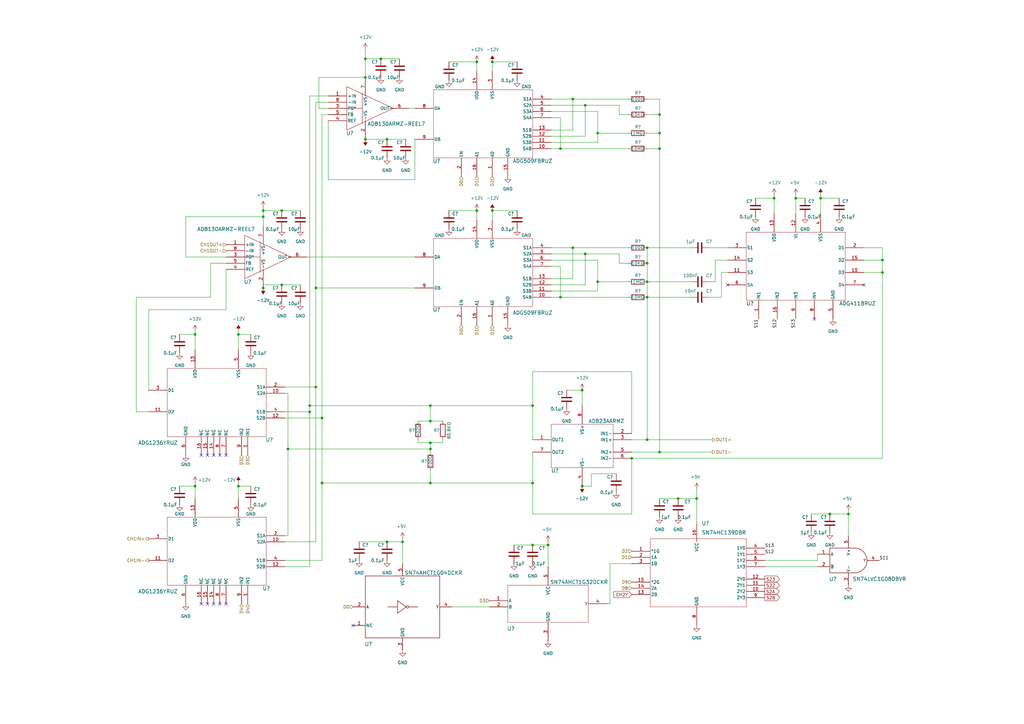
<source format=kicad_sch>
(kicad_sch (version 20211123) (generator eeschema)
  (paper "A3")
  (lib_symbols
    (symbol "Device:C" (pin_numbers hide) (pin_names (offset 0.254))
      (property "Reference" "C" (at 0.635 2.54 0))
      (property "Value" "C" (at 0.635 -2.54 0))
      (symbol "C_0_1"
        (polyline (pts (xy -2.032 -0.762) (xy 2.032 -0.762)) (stroke (width 0.508)))
        (polyline (pts (xy -2.032 0.762) (xy 2.032 0.762)) (stroke (width 0.508)))
      )
      (symbol "C_1_1"
        (pin passive line (at 0 3.81 270) (length 2.794) (name "~") (number "1"))
        (pin passive line (at 0 -3.81 90) (length 2.794) (name "~") (number "2"))
      )
    )
    (symbol "Device:R" (pin_numbers hide) (pin_names (offset 0))
      (property "Reference" "R" (at 2.032 0 90))
      (property "Value" "R" (at 0 0 90))
      (symbol "R_0_1"
        (rectangle (start -1.016 -2.54) (end 1.016 2.54) (stroke (width 0.254)))
      )
      (symbol "R_1_1"
        (pin passive line (at 0 3.81 270) (length 1.27) (name "~") (number "1"))
        (pin passive line (at 0 -3.81 90) (length 1.27) (name "~") (number "2"))
      )
    )
    (symbol "New_Library:AD8130ARMZ-REEL7" (pin_names (offset 0.254))
      (property "Reference" "U?" (at -6.35 -10.16 0))
      (property "Value" "AD8130ARMZ-REEL7" (at 12.7 -6.35 0))
      (symbol "AD8130ARMZ-REEL7_0_1"
        (pin unspecified line (at -15.24 5.08 0) (length 7.62) (name "+IN") (number "1"))
        (pin power_in line (at 0 -12.7 90) (length 7.62) (name "-VS") (number "2"))
        (pin unspecified line (at -15.24 0 0) (length 7.62) (name "PD*") (number "3"))
        (pin unspecified line (at -15.24 -5.08 0) (length 7.62) (name "REF") (number "4"))
        (pin unspecified line (at -15.24 -2.54 0) (length 7.62) (name "FB") (number "5"))
        (pin unspecified line (at 17.78 0 180) (length 7.62) (name "OUT") (number "6"))
        (pin power_in line (at 0 12.7 270) (length 7.62) (name "+VS") (number "7"))
        (pin unspecified line (at -15.24 2.54 0) (length 7.62) (name "-IN") (number "8"))
      )
      (symbol "AD8130ARMZ-REEL7_1_1"
        (polyline (pts (xy -7.62 8.89) (xy -7.62 -8.89) (xy 11.43 0) (xy -7.62 8.89) (xy -7.62 0) (xy -1.27 0) (xy -1.27 6.35) (xy -1.27 -6.35) (xy -1.27 -1.27)))
      )
    )
    (symbol "New_Library:AD823AARMZ" (pin_names (offset 0.254))
      (property "Reference" "U?" (at -19.7994 11.43 0))
      (property "Value" "AD823AARMZ" (at -19.7994 7.62 0))
      (symbol "AD823AARMZ_0_1"
        (polyline (pts (xy 7.62 -11.43) (xy 33.02 -11.43)) (stroke (width 0.127)))
        (polyline (pts (xy 7.62 6.35) (xy 7.62 -11.43)) (stroke (width 0.127)))
        (polyline (pts (xy 33.02 -11.43) (xy 33.02 6.35)) (stroke (width 0.127)))
        (polyline (pts (xy 33.02 6.35) (xy 7.62 6.35)) (stroke (width 0.127)))
        (pin output line (at 40.64 0 180) (length 7.62) (name "OUT1") (number "1"))
        (pin input line (at 0 2.54 0) (length 7.62) (name "IN1-") (number "2"))
        (pin input line (at 0 0 0) (length 7.62) (name "IN1+") (number "3"))
        (pin power_in line (at 20.32 -19.05 90) (length 7.62) (name "VS-") (number "4"))
        (pin input line (at 0 -5.08 0) (length 7.62) (name "IN2+") (number "5"))
        (pin input line (at 0 -7.62 0) (length 7.62) (name "IN2-") (number "6"))
        (pin output line (at 40.64 -5.08 180) (length 7.62) (name "OUT2") (number "7"))
        (pin power_in line (at 20.32 13.97 270) (length 7.62) (name "VS+") (number "8"))
      )
    )
    (symbol "New_Library:ADG1236YRUZ" (pin_names (offset 0.254))
      (property "Reference" "U" (at 27.94 10.16 0))
      (property "Value" "ADG1236YRUZ" (at 27.94 7.62 0))
      (symbol "ADG1236YRUZ_0_1"
        (polyline (pts (xy 7.62 -22.86) (xy 48.26 -22.86)) (stroke (width 0.127)))
        (polyline (pts (xy 7.62 5.08) (xy 7.62 -22.86)) (stroke (width 0.127)))
        (polyline (pts (xy 48.26 -22.86) (xy 48.26 5.08)) (stroke (width 0.127)))
        (polyline (pts (xy 48.26 5.08) (xy 7.62 5.08)) (stroke (width 0.127)))
        (pin unspecified line (at 15.24 -30.48 90) (length 7.62) (name "IN1") (number "1"))
        (pin unspecified line (at 0 -5.08 0) (length 7.62) (name "S2A") (number "10"))
        (pin unspecified line (at 55.88 -12.7 180) (length 7.62) (name "D2") (number "11"))
        (pin unspecified line (at 0 -15.24 0) (length 7.62) (name "S2B") (number "12"))
        (pin power_in line (at 36.83 12.7 270) (length 7.62) (name "VDD") (number "13"))
        (pin unspecified line (at 29.21 -30.48 90) (length 7.62) (name "NC") (number "14"))
        (pin unspecified line (at 31.75 -30.48 90) (length 7.62) (name "NC") (number "15"))
        (pin unspecified line (at 34.29 -30.48 90) (length 7.62) (name "NC") (number "16"))
        (pin unspecified line (at 0 -2.54 0) (length 7.62) (name "S1A") (number "2"))
        (pin unspecified line (at 55.88 -3.81 180) (length 7.62) (name "D1") (number "3"))
        (pin unspecified line (at 0 -12.7 0) (length 7.62) (name "S1B") (number "4"))
        (pin power_in line (at 19.05 12.7 270) (length 7.62) (name "VSS") (number "5"))
        (pin unspecified line (at 40.64 -30.48 90) (length 7.62) (name "GND") (number "6"))
        (pin unspecified line (at 24.13 -30.48 90) (length 7.62) (name "NC") (number "7"))
        (pin unspecified line (at 26.67 -30.48 90) (length 7.62) (name "NC") (number "8"))
        (pin unspecified line (at 17.78 -30.48 90) (length 7.62) (name "IN2") (number "9"))
      )
    )
    (symbol "New_Library:ADG411BRUZ" (pin_names (offset 0.254))
      (property "Reference" "U" (at 5.08 -21.59 0))
      (property "Value" "ADG411BRUZ" (at 46.99 7.62 0))
      (symbol "ADG411BRUZ_0_1"
        (polyline (pts (xy 7.62 -22.86) (xy 48.26 -22.86)) (stroke (width 0.127)))
        (polyline (pts (xy 7.62 5.08) (xy 7.62 -22.86)) (stroke (width 0.127)))
        (polyline (pts (xy 48.26 -22.86) (xy 48.26 5.08)) (stroke (width 0.127)))
        (polyline (pts (xy 48.26 5.08) (xy 7.62 5.08)) (stroke (width 0.127)))
        (pin unspecified line (at 12.7 -30.48 90) (length 7.62) (name "IN1") (number "1"))
        (pin unspecified line (at 55.88 -11.43 180) (length 7.62) (name "D3") (number "10"))
        (pin unspecified line (at 0 -11.43 0) (length 7.62) (name "S3") (number "11"))
        (pin power_in line (at 27.94 12.7 270) (length 7.62) (name "VL") (number "12"))
        (pin power_in line (at 19.05 12.7 270) (length 7.62) (name "VDD") (number "13"))
        (pin unspecified line (at 0 -6.35 0) (length 7.62) (name "S2") (number "14"))
        (pin unspecified line (at 55.88 -6.35 180) (length 7.62) (name "D2") (number "15"))
        (pin unspecified line (at 20.32 -30.48 90) (length 7.62) (name "IN2") (number "16"))
        (pin unspecified line (at 55.88 -1.27 180) (length 7.62) (name "D1") (number "2"))
        (pin unspecified line (at 0 -1.27 0) (length 7.62) (name "S1") (number "3"))
        (pin power_in line (at 38.1 12.7 270) (length 7.62) (name "VSS") (number "4"))
        (pin unspecified line (at 43.18 -30.48 90) (length 7.62) (name "GND") (number "5"))
        (pin unspecified line (at 0 -16.51 0) (length 7.62) (name "S4") (number "6"))
        (pin unspecified line (at 55.88 -16.51 180) (length 7.62) (name "D4") (number "7"))
        (pin unspecified line (at 35.56 -30.48 90) (length 7.62) (name "IN4") (number "8"))
        (pin unspecified line (at 27.94 -30.48 90) (length 7.62) (name "IN3") (number "9"))
      )
    )
    (symbol "New_Library:ADG509FBRUZ" (pin_names (offset 0.254))
      (property "Reference" "U" (at 41.91 8.89 0))
      (property "Value" "ADG509FBRUZ" (at 41.91 6.35 0))
      (symbol "ADG509FBRUZ_0_1"
        (polyline (pts (xy 7.62 -22.86) (xy 48.26 -22.86)) (stroke (width 0.127)))
        (polyline (pts (xy 7.62 5.08) (xy 7.62 -22.86)) (stroke (width 0.127)))
        (polyline (pts (xy 48.26 -22.86) (xy 48.26 5.08)) (stroke (width 0.127)))
        (polyline (pts (xy 48.26 5.08) (xy 7.62 5.08)) (stroke (width 0.127)))
        (pin unspecified line (at 24.13 -30.48 90) (length 7.62) (name "A0") (number "1"))
        (pin unspecified line (at 0 -19.05 0) (length 7.62) (name "S4B") (number "10"))
        (pin unspecified line (at 0 -16.51 0) (length 7.62) (name "S3B") (number "11"))
        (pin unspecified line (at 0 -13.97 0) (length 7.62) (name "S2B") (number "12"))
        (pin unspecified line (at 0 -11.43 0) (length 7.62) (name "S1B") (number "13"))
        (pin power_in line (at 30.48 12.7 270) (length 7.62) (name "VDD") (number "14"))
        (pin unspecified line (at 17.78 -30.48 90) (length 7.62) (name "GND") (number "15"))
        (pin unspecified line (at 30.48 -30.48 90) (length 7.62) (name "A1") (number "16"))
        (pin unspecified line (at 36.83 -30.48 90) (length 7.62) (name "EN") (number "2"))
        (pin power_in line (at 24.13 12.7 270) (length 7.62) (name "VSS") (number "3"))
        (pin unspecified line (at 0 1.27 0) (length 7.62) (name "S1A") (number "4"))
        (pin unspecified line (at 0 -1.27 0) (length 7.62) (name "S2A") (number "5"))
        (pin unspecified line (at 0 -3.81 0) (length 7.62) (name "S3A") (number "6"))
        (pin unspecified line (at 0 -6.35 0) (length 7.62) (name "S4A") (number "7"))
        (pin unspecified line (at 55.88 -2.54 180) (length 7.62) (name "DA") (number "8"))
        (pin unspecified line (at 55.88 -15.24 180) (length 7.62) (name "DB") (number "9"))
      )
    )
    (symbol "New_Library:SN74AHCT1G04DCKR" (pin_names (offset 0.254))
      (property "Reference" "U" (at -13.97 -13.97 0))
      (property "Value" "SN74AHCT1G04DCKR" (at 15.24 13.97 0))
      (symbol "SN74AHCT1G04DCKR_0_1"
        (polyline (pts (xy -15.24 -12.7) (xy 15.24 -12.7)) (stroke (width 0.2032)))
        (polyline (pts (xy -15.24 12.7) (xy -15.24 -12.7)) (stroke (width 0.2032)))
        (polyline (pts (xy -6.096 0) (xy -2.032 0)) (stroke (width 0.2032)))
        (polyline (pts (xy -2.032 -2.54) (xy -2.032 0)) (stroke (width 0.2032)))
        (polyline (pts (xy -2.032 0) (xy -2.032 2.54)) (stroke (width 0.2032)))
        (polyline (pts (xy -2.032 2.54) (xy 1.524 0)) (stroke (width 0.2032)))
        (polyline (pts (xy 1.524 0) (xy -2.032 -2.54)) (stroke (width 0.2032)))
        (polyline (pts (xy 3.81 0) (xy 2.54 0)) (stroke (width 0.2032)))
        (polyline (pts (xy 3.81 0) (xy 5.08 0)) (stroke (width 0.2032)))
        (polyline (pts (xy 5.08 0) (xy 6.35 0)) (stroke (width 0.2032)))
        (polyline (pts (xy 15.24 -12.7) (xy 15.24 12.7)) (stroke (width 0.2032)))
        (polyline (pts (xy 15.24 12.7) (xy -15.24 12.7)) (stroke (width 0.2032)))
        (circle (center 2.032 0) (radius 0.508) (stroke (width 0.2032)))
        (pin unspecified line (at -20.32 -7.62 0) (length 5.08) (name "NC") (number "1"))
        (pin input line (at -20.32 0 0) (length 5.08) (name "A") (number "2"))
        (pin power_in line (at 0 -17.78 90) (length 5.08) (name "GND") (number "3"))
        (pin output line (at 20.32 0 180) (length 5.08) (name "Y") (number "4"))
        (pin power_in line (at 0 17.78 270) (length 5.08) (name "VCC") (number "5"))
      )
    )
    (symbol "New_Library:SN74AHCT1G32DCKR" (pin_names (offset 0.254))
      (property "Reference" "U" (at 8.89 -11.43 0))
      (property "Value" "SN74AHCT1G32DCKR" (at 36.83 6.35 0))
      (symbol "SN74AHCT1G32DCKR_0_1"
        (polyline (pts (xy 7.62 -10.16) (xy 40.64 -10.16)) (stroke (width 0.127)))
        (polyline (pts (xy 7.62 5.08) (xy 7.62 -10.16)) (stroke (width 0.127)))
        (polyline (pts (xy 40.64 -10.16) (xy 40.64 5.08)) (stroke (width 0.127)))
        (polyline (pts (xy 40.64 5.08) (xy 7.62 5.08)) (stroke (width 0.127)))
        (pin input line (at 0 -1.27 0) (length 7.62) (name "A") (number "1"))
        (pin input line (at 0 -3.81 0) (length 7.62) (name "B") (number "2"))
        (pin power_in line (at 24.13 -17.78 90) (length 7.62) (name "GND") (number "3"))
        (pin output line (at 48.26 -2.54 180) (length 7.62) (name "Y") (number "4"))
        (pin power_in line (at 24.13 12.7 270) (length 7.62) (name "VCC") (number "5"))
      )
    )
    (symbol "New_Library:SN74HC139DBR" (pin_names (offset 0.254))
      (property "Reference" "U" (at 8.89 -24.13 0))
      (property "Value" "SN74HC139DBR" (at 36.83 6.35 0))
      (symbol "SN74HC139DBR_0_1"
        (polyline (pts (xy 7.62 -22.86) (xy 46.99 -22.86)) (stroke (width 0.127)))
        (polyline (pts (xy 7.62 5.08) (xy 7.62 -22.86)) (stroke (width 0.127)))
        (polyline (pts (xy 46.99 -22.86) (xy 46.99 5.08)) (stroke (width 0.127)))
        (polyline (pts (xy 46.99 5.08) (xy 7.62 5.08)) (stroke (width 0.127)))
        (pin input line (at 0 0 0) (length 7.62) (name "*1G") (number "1"))
        (pin output line (at 54.61 -16.51 180) (length 7.62) (name "2Y2") (number "10"))
        (pin output line (at 54.61 -13.97 180) (length 7.62) (name "2Y1") (number "11"))
        (pin output line (at 54.61 -11.43 180) (length 7.62) (name "2Y0") (number "12"))
        (pin input line (at 0 -17.78 0) (length 7.62) (name "2B") (number "13"))
        (pin input line (at 0 -15.24 0) (length 7.62) (name "2A") (number "14"))
        (pin input line (at 0 -12.7 0) (length 7.62) (name "*2G") (number "15"))
        (pin power_in line (at 26.67 11.43 270) (length 7.62) (name "VCC") (number "16"))
        (pin input line (at 0 -2.54 0) (length 7.62) (name "1A") (number "2"))
        (pin input line (at 0 -5.08 0) (length 7.62) (name "1B") (number "3"))
        (pin output line (at 54.61 1.27 180) (length 7.62) (name "1Y0") (number "4"))
        (pin output line (at 54.61 -1.27 180) (length 7.62) (name "1Y1") (number "5"))
        (pin output line (at 54.61 -3.81 180) (length 7.62) (name "1Y2") (number "6"))
        (pin output line (at 54.61 -6.35 180) (length 7.62) (name "1Y3") (number "7"))
        (pin power_in line (at 26.67 -30.48 90) (length 7.62) (name "GND") (number "8"))
        (pin output line (at 54.61 -19.05 180) (length 7.62) (name "2Y3") (number "9"))
      )
    )
    (symbol "New_Library:SN74LVC1G08DBVR" (pin_names (offset 0.254))
      (property "Reference" "U" (at -6.35 -6.35 0))
      (property "Value" "SN74LVC1G08DBVR" (at -11.43 6.35 0))
      (symbol "SN74LVC1G08DBVR_0_1"
        (polyline (pts (xy -7.62 -5.08) (xy -7.62 5.08)) (stroke (width 0.2032)))
        (polyline (pts (xy -7.62 5.08) (xy -6.35 5.08)) (stroke (width 0.2032)))
        (polyline (pts (xy -6.35 -5.08) (xy -7.62 -5.08)) (stroke (width 0.2032)))
        (polyline (pts (xy -6.35 -5.08) (xy 2.54 -5.08)) (stroke (width 0.2032)))
        (polyline (pts (xy -6.35 5.08) (xy 2.54 5.08)) (stroke (width 0.2032)))
        (arc (start 2.54 -5.08) (mid 7.62 0) (end 2.54 5.08) (stroke (width 0.2032)))
        (pin input line (at -12.7 2.54 0) (length 5.08) (name "A") (number "1"))
        (pin input line (at -12.7 -2.54 0) (length 5.08) (name "B") (number "2"))
        (pin power_in line (at 0 -10.16 90) (length 5.08) (name "V-") (number "3"))
        (pin output line (at 12.7 0 180) (length 5.08) (name "Y") (number "4"))
        (pin power_in line (at 0 10.16 270) (length 5.08) (name "V+") (number "5"))
      )
    )
    (symbol "power:+12V" (power) (pin_names (offset 0))
      (property "Value" "+12V" (at 0 3.556 0))
      (symbol "+12V_0_1"
        (polyline (pts (xy -0.762 1.27) (xy 0 2.54)))
        (polyline (pts (xy 0 0) (xy 0 2.54)))
        (polyline (pts (xy 0 2.54) (xy 0.762 1.27)))
      )
      (symbol "+12V_1_1"
        (pin power_in line (at 0 0 90) (length 0) hide (name "+12V") (number "1"))
      )
    )
    (symbol "power:+5V" (power) (pin_names (offset 0))
      (property "Value" "+5V" (at 0 3.556 0))
      (symbol "+5V_0_1"
        (polyline (pts (xy -0.762 1.27) (xy 0 2.54)))
        (polyline (pts (xy 0 0) (xy 0 2.54)))
        (polyline (pts (xy 0 2.54) (xy 0.762 1.27)))
      )
      (symbol "+5V_1_1"
        (pin power_in line (at 0 0 90) (length 0) hide (name "+5V") (number "1"))
      )
    )
    (symbol "power:-12V" (power) (pin_names (offset 0))
      (property "Value" "-12V" (at 0 3.81 0))
      (symbol "-12V_0_0"
        (pin power_in line (at 0 0 90) (length 0) hide (name "-12V") (number "1"))
      )
      (symbol "-12V_0_1"
        (polyline (pts (xy 0 0) (xy 0 1.27) (xy 0.762 1.27) (xy 0 2.54) (xy -0.762 1.27) (xy 0 1.27)) (fill (type outline)))
      )
    )
    (symbol "power:GND" (power) (pin_names (offset 0))
      (property "Value" "GND" (at 0 -3.81 0))
      (symbol "GND_0_1"
        (polyline (pts (xy 0 0) (xy 0 -1.27) (xy 1.27 -1.27) (xy 0 -2.54) (xy -1.27 -1.27) (xy 0 -1.27)))
      )
      (symbol "GND_1_1"
        (pin power_in line (at 0 0 270) (length 0) hide (name "GND") (number "1"))
      )
    )
  )
  (junction (at 245.11 115.57))
  (junction (at 195.58 25.4))
  (junction (at 340.36 210.82))
  (junction (at 97.79 137.16))
  (junction (at 80.01 137.16))
  (junction (at 149.86 24.13))
  (junction (at 265.43 101.6))
  (junction (at 165.1 222.25))
  (junction (at 234.95 101.6))
  (junction (at 229.87 60.96))
  (junction (at 149.86 31.75))
  (junction (at 265.43 180.34))
  (junction (at 149.86 57.15))
  (junction (at 195.58 86.36))
  (junction (at 80.01 199.39))
  (junction (at 234.95 40.64))
  (junction (at 127 168.91))
  (junction (at 270.51 185.42))
  (junction (at 265.43 107.95))
  (junction (at 240.03 43.18))
  (junction (at 245.11 54.61))
  (junction (at 132.08 171.45))
  (junction (at 218.44 198.12))
  (junction (at 201.93 25.4))
  (junction (at 156.21 24.13))
  (junction (at 118.11 184.15))
  (junction (at 132.08 198.12))
  (junction (at 240.03 104.14))
  (junction (at 270.51 60.96))
  (junction (at 238.76 160.02))
  (junction (at 158.75 57.15))
  (junction (at 265.43 121.92))
  (junction (at 270.51 46.99))
  (junction (at 127 166.37))
  (junction (at 107.95 86.36))
  (junction (at 336.55 81.28))
  (junction (at 176.53 184.15))
  (junction (at 115.57 86.36))
  (junction (at 229.87 121.92))
  (junction (at 238.76 199.39))
  (junction (at 218.44 166.37))
  (junction (at 326.39 81.28))
  (junction (at 317.5 81.28))
  (junction (at 218.44 223.52))
  (junction (at 107.95 118.11))
  (junction (at 97.79 199.39))
  (junction (at 129.54 158.75))
  (junction (at 265.43 115.57))
  (junction (at 224.79 223.52))
  (junction (at 259.08 187.96))
  (junction (at 115.57 116.84))
  (junction (at 176.53 166.37))
  (junction (at 176.53 172.72))
  (junction (at 361.95 106.68))
  (junction (at 361.95 111.76))
  (junction (at 270.51 54.61))
  (junction (at 278.13 204.47))
  (junction (at 107.95 88.9))
  (junction (at 176.53 181.61))
  (junction (at 176.53 198.12))
  (junction (at 158.75 222.25))
  (junction (at 201.93 86.36))
  (junction (at 129.54 118.11))
  (junction (at 347.98 210.82))
  (junction (at 285.75 204.47))
  (no_connect (at 82.55 247.65))
  (no_connect (at 144.78 256.54))
  (no_connect (at 92.71 247.65))
  (no_connect (at 92.71 186.69))
  (no_connect (at 85.09 186.69))
  (no_connect (at 87.63 186.69))
  (no_connect (at 334.01 130.81))
  (no_connect (at 85.09 247.65))
  (no_connect (at 82.55 186.69))
  (no_connect (at 298.45 116.84))
  (no_connect (at 90.17 186.69))
  (no_connect (at 90.17 247.65))
  (no_connect (at 354.33 116.84))
  (no_connect (at 87.63 247.65))
  (wire (pts (xy 226.06 53.34) (xy 234.95 53.34)))
  (wire (pts (xy 118.11 184.15) (xy 118.11 219.71)))
  (wire (pts (xy 116.84 229.87) (xy 132.08 229.87)))
  (wire (pts (xy 97.79 137.16) (xy 97.79 143.51)))
  (wire (pts (xy 326.39 80.01) (xy 326.39 81.28)))
  (wire (pts (xy 185.42 248.92) (xy 200.66 248.92)))
  (wire (pts (xy 250.19 231.14) (xy 259.08 231.14)))
  (wire (pts (xy 156.21 24.13) (xy 163.83 24.13)))
  (wire (pts (xy 254 104.14) (xy 254 107.95)))
  (wire (pts (xy 127 166.37) (xy 176.53 166.37)))
  (wire (pts (xy 176.53 184.15) (xy 118.11 184.15)))
  (wire (pts (xy 229.87 48.26) (xy 229.87 60.96)))
  (wire (pts (xy 116.84 171.45) (xy 132.08 171.45)))
  (wire (pts (xy 129.54 158.75) (xy 129.54 222.25)))
  (wire (pts (xy 132.08 198.12) (xy 176.53 198.12)))
  (wire (pts (xy 270.51 54.61) (xy 270.51 60.96)))
  (wire (pts (xy 336.55 80.01) (xy 336.55 81.28)))
  (wire (pts (xy 97.79 135.89) (xy 97.79 137.16)))
  (wire (pts (xy 171.45 180.34) (xy 171.45 181.61)))
  (wire (pts (xy 240.03 43.18) (xy 240.03 55.88)))
  (wire (pts (xy 238.76 160.02) (xy 238.76 166.37)))
  (wire (pts (xy 176.53 172.72) (xy 181.61 172.72)))
  (wire (pts (xy 361.95 187.96) (xy 259.08 187.96)))
  (wire (pts (xy 218.44 185.42) (xy 218.44 198.12)))
  (wire (pts (xy 129.54 118.11) (xy 129.54 158.75)))
  (wire (pts (xy 158.75 57.15) (xy 166.37 57.15)))
  (wire (pts (xy 270.51 185.42) (xy 292.1 185.42)))
  (wire (pts (xy 335.28 229.87) (xy 335.28 227.33)))
  (wire (pts (xy 127 39.37) (xy 127 166.37)))
  (wire (pts (xy 336.55 81.28) (xy 336.55 87.63)))
  (wire (pts (xy 265.43 115.57) (xy 265.43 121.92)))
  (wire (pts (xy 130.81 31.75) (xy 130.81 44.45)))
  (wire (pts (xy 226.06 114.3) (xy 234.95 114.3)))
  (wire (pts (xy 347.98 219.71) (xy 347.98 210.82)))
  (wire (pts (xy 170.18 73.66) (xy 134.62 73.66)))
  (wire (pts (xy 245.11 106.68) (xy 245.11 115.57)))
  (wire (pts (xy 107.95 86.36) (xy 107.95 88.9)))
  (wire (pts (xy 184.15 25.4) (xy 195.58 25.4)))
  (wire (pts (xy 176.53 184.15) (xy 176.53 181.61)))
  (wire (pts (xy 265.43 101.6) (xy 265.43 107.95)))
  (wire (pts (xy 176.53 198.12) (xy 218.44 198.12)))
  (wire (pts (xy 80.01 137.16) (xy 80.01 143.51)))
  (wire (pts (xy 265.43 121.92) (xy 283.21 121.92)))
  (wire (pts (xy 80.01 135.89) (xy 80.01 137.16)))
  (wire (pts (xy 201.93 25.4) (xy 201.93 29.21)))
  (wire (pts (xy 218.44 198.12) (xy 218.44 210.82)))
  (wire (pts (xy 270.51 60.96) (xy 270.51 185.42)))
  (wire (pts (xy 265.43 40.64) (xy 270.51 40.64)))
  (wire (pts (xy 361.95 111.76) (xy 361.95 187.96)))
  (wire (pts (xy 129.54 41.91) (xy 129.54 118.11)))
  (wire (pts (xy 116.84 158.75) (xy 129.54 158.75)))
  (wire (pts (xy 240.03 104.14) (xy 254 104.14)))
  (wire (pts (xy 234.95 40.64) (xy 234.95 53.34)))
  (wire (pts (xy 326.39 81.28) (xy 330.2 81.28)))
  (wire (pts (xy 118.11 161.29) (xy 118.11 184.15)))
  (wire (pts (xy 250.19 247.65) (xy 250.19 231.14)))
  (wire (pts (xy 201.93 25.4) (xy 212.09 25.4)))
  (wire (pts (xy 229.87 121.92) (xy 257.81 121.92)))
  (wire (pts (xy 116.84 168.91) (xy 127 168.91)))
  (wire (pts (xy 86.36 121.92) (xy 86.36 107.95)))
  (wire (pts (xy 158.75 222.25) (xy 165.1 222.25)))
  (wire (pts (xy 195.58 25.4) (xy 195.58 29.21)))
  (wire (pts (xy 226.06 109.22) (xy 229.87 109.22)))
  (wire (pts (xy 278.13 204.47) (xy 270.51 204.47)))
  (wire (pts (xy 226.06 104.14) (xy 240.03 104.14)))
  (wire (pts (xy 97.79 137.16) (xy 102.87 137.16)))
  (wire (pts (xy 176.53 181.61) (xy 181.61 181.61)))
  (wire (pts (xy 165.1 222.25) (xy 165.1 231.14)))
  (wire (pts (xy 118.11 161.29) (xy 116.84 161.29)))
  (wire (pts (xy 176.53 185.42) (xy 176.53 184.15)))
  (wire (pts (xy 80.01 199.39) (xy 80.01 204.47)))
  (wire (pts (xy 224.79 223.52) (xy 224.79 222.25)))
  (wire (pts (xy 245.11 45.72) (xy 245.11 54.61)))
  (wire (pts (xy 118.11 219.71) (xy 116.84 219.71)))
  (wire (pts (xy 171.45 172.72) (xy 176.53 172.72)))
  (wire (pts (xy 201.93 86.36) (xy 212.09 86.36)))
  (wire (pts (xy 240.03 43.18) (xy 254 43.18)))
  (wire (pts (xy 313.69 229.87) (xy 335.28 229.87)))
  (wire (pts (xy 259.08 177.8) (xy 259.08 152.4)))
  (wire (pts (xy 181.61 180.34) (xy 181.61 181.61)))
  (wire (pts (xy 107.95 85.09) (xy 107.95 86.36)))
  (wire (pts (xy 240.03 104.14) (xy 240.03 116.84)))
  (wire (pts (xy 295.91 121.92) (xy 295.91 111.76)))
  (wire (pts (xy 60.96 160.02) (xy 60.96 127)))
  (wire (pts (xy 265.43 46.99) (xy 270.51 46.99)))
  (wire (pts (xy 134.62 44.45) (xy 130.81 44.45)))
  (wire (pts (xy 317.5 80.01) (xy 317.5 81.28)))
  (wire (pts (xy 354.33 101.6) (xy 361.95 101.6)))
  (wire (pts (xy 116.84 232.41) (xy 127 232.41)))
  (wire (pts (xy 115.57 86.36) (xy 123.19 86.36)))
  (wire (pts (xy 176.53 166.37) (xy 176.53 172.72)))
  (wire (pts (xy 265.43 121.92) (xy 265.43 180.34)))
  (wire (pts (xy 86.36 107.95) (xy 92.71 107.95)))
  (wire (pts (xy 265.43 107.95) (xy 265.43 115.57)))
  (wire (pts (xy 129.54 222.25) (xy 116.84 222.25)))
  (wire (pts (xy 97.79 198.12) (xy 97.79 199.39)))
  (wire (pts (xy 229.87 60.96) (xy 257.81 60.96)))
  (wire (pts (xy 195.58 86.36) (xy 195.58 90.17)))
  (wire (pts (xy 242.57 194.31) (xy 242.57 199.39)))
  (wire (pts (xy 76.2 88.9) (xy 107.95 88.9)))
  (wire (pts (xy 293.37 115.57) (xy 293.37 106.68)))
  (wire (pts (xy 326.39 81.28) (xy 326.39 87.63)))
  (wire (pts (xy 265.43 60.96) (xy 270.51 60.96)))
  (wire (pts (xy 224.79 223.52) (xy 218.44 223.52)))
  (wire (pts (xy 176.53 193.04) (xy 176.53 198.12)))
  (wire (pts (xy 285.75 204.47) (xy 285.75 214.63)))
  (wire (pts (xy 218.44 180.34) (xy 218.44 166.37)))
  (wire (pts (xy 242.57 199.39) (xy 238.76 199.39)))
  (wire (pts (xy 149.86 20.32) (xy 149.86 24.13)))
  (wire (pts (xy 245.11 115.57) (xy 245.11 119.38)))
  (wire (pts (xy 134.62 46.99) (xy 132.08 46.99)))
  (wire (pts (xy 147.32 222.25) (xy 158.75 222.25)))
  (wire (pts (xy 130.81 31.75) (xy 149.86 31.75)))
  (wire (pts (xy 132.08 171.45) (xy 132.08 198.12)))
  (wire (pts (xy 170.18 57.15) (xy 170.18 73.66)))
  (wire (pts (xy 226.06 55.88) (xy 240.03 55.88)))
  (wire (pts (xy 115.57 86.36) (xy 107.95 86.36)))
  (wire (pts (xy 127 168.91) (xy 127 232.41)))
  (wire (pts (xy 265.43 101.6) (xy 283.21 101.6)))
  (wire (pts (xy 254 107.95) (xy 257.81 107.95)))
  (wire (pts (xy 55.88 168.91) (xy 55.88 121.92)))
  (wire (pts (xy 132.08 229.87) (xy 132.08 198.12)))
  (wire (pts (xy 107.95 116.84) (xy 115.57 116.84)))
  (wire (pts (xy 165.1 220.98) (xy 165.1 222.25)))
  (wire (pts (xy 309.88 81.28) (xy 317.5 81.28)))
  (wire (pts (xy 226.06 119.38) (xy 245.11 119.38)))
  (wire (pts (xy 234.95 101.6) (xy 257.81 101.6)))
  (wire (pts (xy 265.43 115.57) (xy 283.21 115.57)))
  (wire (pts (xy 254 43.18) (xy 254 46.99)))
  (wire (pts (xy 234.95 101.6) (xy 234.95 114.3)))
  (wire (pts (xy 73.66 137.16) (xy 80.01 137.16)))
  (wire (pts (xy 226.06 43.18) (xy 240.03 43.18)))
  (wire (pts (xy 107.95 88.9) (xy 107.95 92.71)))
  (wire (pts (xy 285.75 200.66) (xy 285.75 204.47)))
  (wire (pts (xy 125.73 105.41) (xy 170.18 105.41)))
  (wire (pts (xy 80.01 198.12) (xy 80.01 199.39)))
  (wire (pts (xy 201.93 86.36) (xy 201.93 90.17)))
  (wire (pts (xy 290.83 101.6) (xy 298.45 101.6)))
  (wire (pts (xy 132.08 46.99) (xy 132.08 171.45)))
  (wire (pts (xy 224.79 232.41) (xy 224.79 223.52)))
  (wire (pts (xy 134.62 41.91) (xy 129.54 41.91)))
  (wire (pts (xy 149.86 24.13) (xy 149.86 31.75)))
  (wire (pts (xy 354.33 111.76) (xy 361.95 111.76)))
  (wire (pts (xy 259.08 185.42) (xy 270.51 185.42)))
  (wire (pts (xy 248.92 247.65) (xy 250.19 247.65)))
  (wire (pts (xy 313.69 232.41) (xy 335.28 232.41)))
  (wire (pts (xy 270.51 46.99) (xy 270.51 54.61)))
  (wire (pts (xy 115.57 116.84) (xy 123.19 116.84)))
  (wire (pts (xy 295.91 111.76) (xy 298.45 111.76)))
  (wire (pts (xy 97.79 199.39) (xy 102.87 199.39)))
  (wire (pts (xy 226.06 40.64) (xy 234.95 40.64)))
  (wire (pts (xy 347.98 210.82) (xy 340.36 210.82)))
  (wire (pts (xy 245.11 115.57) (xy 257.81 115.57)))
  (wire (pts (xy 265.43 54.61) (xy 270.51 54.61)))
  (wire (pts (xy 149.86 57.15) (xy 158.75 57.15)))
  (wire (pts (xy 278.13 204.47) (xy 285.75 204.47)))
  (wire (pts (xy 60.96 127) (xy 92.71 127)))
  (wire (pts (xy 134.62 49.53) (xy 134.62 73.66)))
  (wire (pts (xy 92.71 105.41) (xy 76.2 105.41)))
  (wire (pts (xy 92.71 127) (xy 92.71 110.49)))
  (wire (pts (xy 265.43 180.34) (xy 292.1 180.34)))
  (wire (pts (xy 361.95 101.6) (xy 361.95 106.68)))
  (wire (pts (xy 259.08 210.82) (xy 218.44 210.82)))
  (wire (pts (xy 97.79 199.39) (xy 97.79 204.47)))
  (wire (pts (xy 127 166.37) (xy 127 168.91)))
  (wire (pts (xy 259.08 180.34) (xy 265.43 180.34)))
  (wire (pts (xy 226.06 45.72) (xy 245.11 45.72)))
  (wire (pts (xy 226.06 121.92) (xy 229.87 121.92)))
  (wire (pts (xy 229.87 109.22) (xy 229.87 121.92)))
  (wire (pts (xy 232.41 160.02) (xy 238.76 160.02)))
  (wire (pts (xy 60.96 168.91) (xy 55.88 168.91)))
  (wire (pts (xy 290.83 115.57) (xy 293.37 115.57)))
  (wire (pts (xy 245.11 54.61) (xy 257.81 54.61)))
  (wire (pts (xy 259.08 152.4) (xy 218.44 152.4)))
  (wire (pts (xy 167.64 44.45) (xy 170.18 44.45)))
  (wire (pts (xy 361.95 106.68) (xy 361.95 111.76)))
  (wire (pts (xy 218.44 223.52) (xy 210.82 223.52)))
  (wire (pts (xy 234.95 40.64) (xy 257.81 40.64)))
  (wire (pts (xy 73.66 199.39) (xy 80.01 199.39)))
  (wire (pts (xy 176.53 166.37) (xy 218.44 166.37)))
  (wire (pts (xy 218.44 152.4) (xy 218.44 166.37)))
  (wire (pts (xy 149.86 24.13) (xy 156.21 24.13)))
  (wire (pts (xy 293.37 106.68) (xy 298.45 106.68)))
  (wire (pts (xy 107.95 116.84) (xy 107.95 118.11)))
  (wire (pts (xy 129.54 118.11) (xy 170.18 118.11)))
  (wire (pts (xy 344.17 81.28) (xy 336.55 81.28)))
  (wire (pts (xy 354.33 106.68) (xy 361.95 106.68)))
  (wire (pts (xy 340.36 210.82) (xy 332.74 210.82)))
  (wire (pts (xy 259.08 187.96) (xy 259.08 210.82)))
  (wire (pts (xy 270.51 40.64) (xy 270.51 46.99)))
  (wire (pts (xy 317.5 81.28) (xy 317.5 87.63)))
  (wire (pts (xy 226.06 106.68) (xy 245.11 106.68)))
  (wire (pts (xy 252.73 194.31) (xy 242.57 194.31)))
  (wire (pts (xy 226.06 48.26) (xy 229.87 48.26)))
  (wire (pts (xy 226.06 101.6) (xy 234.95 101.6)))
  (wire (pts (xy 55.88 121.92) (xy 86.36 121.92)))
  (wire (pts (xy 184.15 86.36) (xy 195.58 86.36)))
  (wire (pts (xy 171.45 181.61) (xy 176.53 181.61)))
  (wire (pts (xy 245.11 54.61) (xy 245.11 58.42)))
  (wire (pts (xy 76.2 105.41) (xy 76.2 88.9)))
  (wire (pts (xy 290.83 121.92) (xy 295.91 121.92)))
  (wire (pts (xy 347.98 209.55) (xy 347.98 210.82)))
  (wire (pts (xy 226.06 60.96) (xy 229.87 60.96)))
  (wire (pts (xy 134.62 39.37) (xy 127 39.37)))
  (wire (pts (xy 226.06 58.42) (xy 245.11 58.42)))
  (wire (pts (xy 226.06 116.84) (xy 240.03 116.84)))
  (wire (pts (xy 254 46.99) (xy 257.81 46.99)))
  (label "S11" (at 311.15 130.81 270))
  (label "S12" (at 313.69 227.33 0))
  (label "S12" (at 318.77 130.81 270))
  (label "S11" (at 360.68 229.87 0))
  (label "S13" (at 313.69 224.79 0))
  (label "S13" (at 326.39 130.81 270))
  (global_label "S22" (shape output) (at 313.69 240.03 0) (property "Intersheet References" "${INTERSHEET_REFS}" (effects hide)))
  (global_label "S2B" (shape output) (at 313.69 245.11 0) (property "Intersheet References" "${INTERSHEET_REFS}" (effects hide)))
  (global_label "S2A" (shape output) (at 313.69 242.57 0) (property "Intersheet References" "${INTERSHEET_REFS}" (effects hide)))
  (global_label "S23" (shape output) (at 313.69 237.49 0) (property "Intersheet References" "${INTERSHEET_REFS}" (effects hide)))
  (global_label "CH2Y" (shape input) (at 259.08 243.84 180) (property "Intersheet References" "${INTERSHEET_REFS}" (effects hide)))
  (hierarchical_label "CH1OUT+" (shape input) (at 92.71 100.33 180))
  (hierarchical_label "CH1IN-" (shape output) (at 60.96 229.87 180))
  (hierarchical_label "D2" (shape input) (at 201.93 133.35 270))
  (hierarchical_label "D1" (shape input) (at 195.58 133.35 270))
  (hierarchical_label "D0" (shape input) (at 189.23 72.39 270))
  (hierarchical_label "D0" (shape input) (at 189.23 133.35 270))
  (hierarchical_label "DUT1-" (shape output) (at 292.1 185.42 0))
  (hierarchical_label "D3" (shape input) (at 200.66 246.38 180))
  (hierarchical_label "D8" (shape input) (at 259.08 241.3 180))
  (hierarchical_label "D4" (shape input) (at 101.6 247.65 270))
  (hierarchical_label "D3" (shape input) (at 99.06 186.69 270))
  (hierarchical_label "D2" (shape input) (at 259.08 226.06 180))
  (hierarchical_label "D4" (shape input) (at 99.06 247.65 270))
  (hierarchical_label "D0" (shape input) (at 144.78 248.92 180))
  (hierarchical_label "D1" (shape input) (at 195.58 72.39 270))
  (hierarchical_label "CH1IN+" (shape output) (at 60.96 220.98 180))
  (hierarchical_label "D2" (shape input) (at 201.93 72.39 270))
  (hierarchical_label "DUT1+" (shape output) (at 292.1 180.34 0))
  (hierarchical_label "D1" (shape input) (at 259.08 228.6 180))
  (hierarchical_label "CH1OUT-" (shape input) (at 92.71 102.87 180))
  (hierarchical_label "D9" (shape input) (at 259.08 238.76 180))
  (hierarchical_label "D3" (shape input) (at 101.6 186.69 270))
  (symbol (lib_id "power:GND") (at 163.83 31.75 0) (mirror y) (unit 1)
    (property "Reference" "#PWR?" (effects hide))
    (property "Value" "GND" (at 163.83 36.83 0))
  )
  (symbol (lib_id "New_Library:ADG1236YRUZ") (at 116.84 217.17 0) (mirror y) (unit 1)
    (property "Reference" "U?" (at 109.22 241.3 0) (effects (font (size 1.524 1.524))))
    (property "Value" "ADG1236YRUZ" (at 64.77 242.57 0) (effects (font (size 1.524 1.524))))
    (property "Footprint" "RU_16_ADI" (effects hide))
    (property "Datasheet" "ADG1236YRUZ" (effects hide))
  )
  (symbol (lib_id "Device:C") (at 102.87 140.97 0) (mirror x) (unit 1)
    (property "Reference" "C?" (at 105.41 138.43 0))
    (property "Value" "0.1μF" (at 106.68 144.78 0))
  )
  (symbol (lib_id "Device:C") (at 163.83 27.94 180) (unit 1)
    (property "Reference" "C?" (at 161.29 25.4 0))
    (property "Value" "10μF" (at 161.29 31.75 0))
  )
  (symbol (lib_id "Device:C") (at 212.09 90.17 180) (unit 1)
    (property "Reference" "C?" (at 209.55 87.63 0))
    (property "Value" "0.1μF" (at 208.28 93.98 0))
  )
  (symbol (lib_id "New_Library:ADG509FBRUZ") (at 226.06 102.87 0) (mirror y) (unit 1)
    (property "Reference" "U?" (at 179.07 127 0) (effects (font (size 1.524 1.524))))
    (property "Value" "ADG509FBRUZ" (at 218.44 128.27 0) (effects (font (size 1.524 1.524))))
    (property "Footprint" "RU_16_ADI" (effects hide))
    (property "Datasheet" "ADG509FBRUZ" (effects hide))
  )
  (symbol (lib_id "power:GND") (at 184.15 93.98 0) (unit 1)
    (property "Reference" "#PWR?" (effects hide))
    (property "Value" "GND" (at 180.34 96.52 0))
  )
  (symbol (lib_id "power:+5V") (at 285.75 200.66 0) (unit 1)
    (property "Reference" "#PWR?" (effects hide))
    (property "Value" "+5V" (at 283.21 195.58 0) (effects (justify left)))
  )
  (symbol (lib_id "Device:C") (at 158.75 226.06 180) (unit 1)
    (property "Reference" "C?" (at 156.21 223.52 0))
    (property "Value" "0.1μF" (at 154.94 229.87 0))
  )
  (symbol (lib_id "Device:R") (at 261.62 40.64 90) (unit 1)
    (property "Reference" "R?" (at 261.62 38.1 90))
    (property "Value" "100Ω" (at 261.62 40.64 90))
  )
  (symbol (lib_id "power:GND") (at 330.2 88.9 0) (unit 1)
    (property "Reference" "#PWR?" (effects hide))
    (property "Value" "GND" (at 330.2 93.98 0))
  )
  (symbol (lib_id "power:GND") (at 76.2 186.69 0) (mirror y) (unit 1)
    (property "Reference" "#PWR?" (effects hide))
    (property "Value" "GND" (at 76.2 190.5 0))
  )
  (symbol (lib_id "Device:R") (at 171.45 176.53 180) (unit 1)
    (property "Reference" "R?" (at 168.91 176.53 0))
    (property "Value" "402Ω" (at 171.45 176.53 90))
  )
  (symbol (lib_id "power:GND") (at 102.87 144.78 0) (unit 1)
    (property "Reference" "#PWR?" (effects hide))
    (property "Value" "GND" (at 102.87 149.86 0))
  )
  (symbol (lib_id "Device:C") (at 210.82 227.33 0) (mirror x) (unit 1)
    (property "Reference" "C?" (at 213.36 224.79 0))
    (property "Value" "1μF" (at 213.36 231.14 0))
  )
  (symbol (lib_id "New_Library:AD823AARMZ") (at 259.08 180.34 0) (mirror y) (unit 1)
    (property "Reference" "U?" (at 226.06 193.04 0) (effects (font (size 1.524 1.524)) (justify right)))
    (property "Value" "AD823AARMZ" (at 241.3 172.72 0) (effects (font (size 1.524 1.524)) (justify right)))
    (property "Footprint" "RM_8_ADI" (effects hide))
    (property "Datasheet" "AD823AARMZ" (effects hide))
  )
  (symbol (lib_id "Device:C") (at 309.88 85.09 180) (unit 1)
    (property "Reference" "C?" (at 307.34 82.55 0))
    (property "Value" "0.1μF" (at 306.07 88.9 0))
  )
  (symbol (lib_id "Device:C") (at 158.75 60.96 180) (unit 1)
    (property "Reference" "C?" (at 156.21 58.42 0))
    (property "Value" "0.1μF" (at 154.94 64.77 0))
  )
  (symbol (lib_id "Device:R") (at 261.62 107.95 90) (unit 1)
    (property "Reference" "R?" (at 261.62 105.41 90))
    (property "Value" "10KΩ" (at 261.62 107.95 90))
  )
  (symbol (lib_id "power:GND") (at 232.41 167.64 0) (mirror y) (unit 1)
    (property "Reference" "#PWR?" (effects hide))
    (property "Value" "GND" (at 232.41 172.72 0))
  )
  (symbol (lib_id "Device:R") (at 176.53 189.23 180) (unit 1)
    (property "Reference" "R?" (at 173.99 189.23 0))
    (property "Value" "100Ω" (at 176.53 189.23 90))
  )
  (symbol (lib_id "Device:C") (at 218.44 227.33 0) (mirror x) (unit 1)
    (property "Reference" "C?" (at 222.25 224.79 0))
    (property "Value" "0.1μF" (at 220.98 231.14 0))
  )
  (symbol (lib_id "power:GND") (at 212.09 33.02 0) (mirror y) (unit 1)
    (property "Reference" "#PWR?" (effects hide))
    (property "Value" "GND" (at 215.9 35.56 0))
  )
  (symbol (lib_id "Device:R") (at 261.62 115.57 90) (unit 1)
    (property "Reference" "R?" (at 261.62 113.03 90))
    (property "Value" "1MΩ" (at 261.62 115.57 90))
  )
  (symbol (lib_id "power:GND") (at 344.17 88.9 0) (unit 1)
    (property "Reference" "#PWR?" (effects hide))
    (property "Value" "GND" (at 344.17 93.98 0))
  )
  (symbol (lib_id "power:+12V") (at 317.5 80.01 0) (unit 1)
    (property "Reference" "#PWR?" (effects hide))
    (property "Value" "+12V" (at 314.96 74.93 0) (effects (justify left)))
  )
  (symbol (lib_id "power:-12V") (at 201.93 25.4 0) (unit 1)
    (property "Reference" "#PWR?" (effects hide))
    (property "Value" "-12V" (at 199.39 20.32 0) (effects (justify left)))
  )
  (symbol (lib_id "power:GND") (at 156.21 31.75 0) (mirror y) (unit 1)
    (property "Reference" "#PWR?" (effects hide))
    (property "Value" "GND" (at 156.21 36.83 0))
  )
  (symbol (lib_id "power:+12V") (at 80.01 135.89 0) (unit 1)
    (property "Reference" "#PWR?" (effects hide))
    (property "Value" "+12V" (at 80.01 130.81 0))
  )
  (symbol (lib_id "power:GND") (at 340.36 218.44 0) (mirror y) (unit 1)
    (property "Reference" "#PWR?" (effects hide))
    (property "Value" "GND" (at 340.36 223.52 0))
  )
  (symbol (lib_id "power:GND") (at 76.2 247.65 0) (mirror y) (unit 1)
    (property "Reference" "#PWR?" (effects hide))
    (property "Value" "GND" (at 76.2 252.73 0))
  )
  (symbol (lib_id "Device:R") (at 261.62 54.61 90) (unit 1)
    (property "Reference" "R?" (at 261.62 52.07 90))
    (property "Value" "1MΩ" (at 261.62 54.61 90))
  )
  (symbol (lib_id "power:+5V") (at 224.79 222.25 0) (unit 1)
    (property "Reference" "#PWR?" (effects hide))
    (property "Value" "+5V" (at 222.25 217.17 0) (effects (justify left)))
  )
  (symbol (lib_id "power:GND") (at 252.73 201.93 0) (mirror y) (unit 1)
    (property "Reference" "#PWR?" (effects hide))
    (property "Value" "GND" (at 252.73 207.01 0))
  )
  (symbol (lib_id "power:GND") (at 218.44 231.14 0) (unit 1)
    (property "Reference" "#PWR?" (effects hide))
    (property "Value" "GND" (at 218.44 236.22 0))
  )
  (symbol (lib_id "New_Library:AD8130ARMZ-REEL7") (at 149.86 44.45 0) (unit 1)
    (property "Reference" "U?" (at 143.51 54.61 0) (effects (font (size 1.524 1.524))))
    (property "Value" "AD8130ARMZ-REEL7" (at 162.56 50.8 0) (effects (font (size 1.524 1.524))))
    (property "Footprint" "RM_8_ADI" (effects hide))
    (property "Datasheet" "AD8130ARMZ-REEL7" (effects hide))
  )
  (symbol (lib_id "power:-12V") (at 107.95 118.11 180) (unit 1)
    (property "Reference" "#PWR?" (effects hide))
    (property "Value" "-12V" (at 107.95 123.19 0))
  )
  (symbol (lib_id "power:GND") (at 73.66 207.01 0) (mirror y) (unit 1)
    (property "Reference" "#PWR?" (effects hide))
    (property "Value" "GND" (at 73.66 210.82 0))
  )
  (symbol (lib_id "New_Library:SN74AHCT1G04DCKR") (at 165.1 248.92 0) (unit 1)
    (property "Reference" "U?" (at 151.13 264.16 0) (effects (font (size 1.524 1.524))))
    (property "Value" "SN74AHCT1G04DCKR" (at 177.8 234.95 0) (effects (font (size 1.524 1.524))))
    (property "Footprint" "DCK0005A_N" (effects hide))
    (property "Datasheet" "SN74AHCT1G04DCKR" (effects hide))
  )
  (symbol (lib_id "New_Library:SN74HC139DBR") (at 259.08 226.06 0) (unit 1)
    (property "Reference" "U?" (at 287.7694 214.63 0) (effects (font (size 1.524 1.524)) (justify left)))
    (property "Value" "SN74HC139DBR" (at 287.7694 218.44 0) (effects (font (size 1.524 1.524)) (justify left)))
    (property "Footprint" "DB16" (effects hide))
    (property "Datasheet" "SN74HC139DBR" (effects hide))
  )
  (symbol (lib_id "New_Library:SN74LVC1G08DBVR") (at 347.98 229.87 0) (unit 1)
    (property "Reference" "U?" (at 341.63 237.49 0) (effects (font (size 1.524 1.524))))
    (property "Value" "SN74LVC1G08DBVR" (at 360.68 237.49 0) (effects (font (size 1.524 1.524))))
    (property "Footprint" "DBV0005A_N" (effects hide))
    (property "Datasheet" "SN74LVC1G08DBVR" (effects hide))
  )
  (symbol (lib_id "power:GND") (at 123.19 124.46 0) (mirror y) (unit 1)
    (property "Reference" "#PWR?" (effects hide))
    (property "Value" "GND" (at 123.19 129.54 0))
  )
  (symbol (lib_id "power:+12V") (at 238.76 160.02 0) (unit 1)
    (property "Reference" "#PWR?" (effects hide))
    (property "Value" "+12V" (at 238.76 154.94 0))
  )
  (symbol (lib_id "power:GND") (at 102.87 207.01 0) (unit 1)
    (property "Reference" "#PWR?" (effects hide))
    (property "Value" "GND" (at 102.87 210.82 0))
  )
  (symbol (lib_id "Device:C") (at 332.74 214.63 0) (mirror x) (unit 1)
    (property "Reference" "C?" (at 330.2 212.09 0))
    (property "Value" "1μF" (at 330.2 218.44 0))
  )
  (symbol (lib_id "power:+5V") (at 347.98 209.55 0) (unit 1)
    (property "Reference" "#PWR?" (effects hide))
    (property "Value" "+5V" (at 345.44 204.47 0) (effects (justify left)))
  )
  (symbol (lib_id "power:GND") (at 166.37 64.77 0) (mirror y) (unit 1)
    (property "Reference" "#PWR?" (effects hide))
    (property "Value" "GND" (at 166.37 69.85 0))
  )
  (symbol (lib_id "power:-12V") (at 201.93 86.36 0) (unit 1)
    (property "Reference" "#PWR?" (effects hide))
    (property "Value" "-12V" (at 199.39 81.28 0) (effects (justify left)))
  )
  (symbol (lib_id "Device:R") (at 261.62 46.99 90) (unit 1)
    (property "Reference" "R?" (at 261.62 44.45 90))
    (property "Value" "10KΩ" (at 261.62 46.99 90))
  )
  (symbol (lib_id "power:GND") (at 208.28 133.35 0) (mirror y) (unit 1)
    (property "Reference" "#PWR?" (effects hide))
    (property "Value" "GND" (at 208.28 138.43 0))
  )
  (symbol (lib_id "power:GND") (at 212.09 93.98 0) (mirror y) (unit 1)
    (property "Reference" "#PWR?" (effects hide))
    (property "Value" "GND" (at 215.9 96.52 0))
  )
  (symbol (lib_id "power:GND") (at 115.57 93.98 0) (mirror y) (unit 1)
    (property "Reference" "#PWR?" (effects hide))
    (property "Value" "GND" (at 115.57 99.06 0))
  )
  (symbol (lib_id "Device:C") (at 212.09 29.21 180) (unit 1)
    (property "Reference" "C?" (at 209.55 26.67 0))
    (property "Value" "0.1μF" (at 208.28 33.02 0))
  )
  (symbol (lib_id "Device:C") (at 232.41 163.83 180) (unit 1)
    (property "Reference" "C?" (at 229.87 161.29 0))
    (property "Value" "0.1μF" (at 228.6 167.64 0))
  )
  (symbol (lib_id "New_Library:AD8130ARMZ-REEL7") (at 107.95 105.41 0) (unit 1)
    (property "Reference" "U?" (at 101.6 115.57 0) (effects (font (size 1.524 1.524))))
    (property "Value" "AD8130ARMZ-REEL7" (at 92.71 93.98 0) (effects (font (size 1.524 1.524))))
    (property "Footprint" "RM_8_ADI" (effects hide))
    (property "Datasheet" "AD8130ARMZ-REEL7" (effects hide))
  )
  (symbol (lib_id "power:-12V") (at 97.79 135.89 0) (unit 1)
    (property "Reference" "#PWR?" (effects hide))
    (property "Value" "-12V" (at 95.25 130.81 0) (effects (justify left)))
  )
  (symbol (lib_id "Device:C") (at 123.19 90.17 180) (unit 1)
    (property "Reference" "C?" (at 120.65 87.63 0))
    (property "Value" "10μF" (at 120.65 93.98 0))
  )
  (symbol (lib_id "power:GND") (at 115.57 124.46 0) (mirror y) (unit 1)
    (property "Reference" "#PWR?" (effects hide))
    (property "Value" "GND" (at 115.57 129.54 0))
  )
  (symbol (lib_id "Device:C") (at 287.02 101.6 90) (unit 1)
    (property "Reference" "C?" (at 290.83 99.06 90))
    (property "Value" "1μF" (at 283.21 99.06 90))
  )
  (symbol (lib_id "power:GND") (at 158.75 64.77 0) (mirror y) (unit 1)
    (property "Reference" "#PWR?" (effects hide))
    (property "Value" "GND" (at 158.75 69.85 0))
  )
  (symbol (lib_id "New_Library:SN74AHCT1G32DCKR") (at 200.66 245.11 0) (unit 1)
    (property "Reference" "U?" (at 209.55 257.81 0) (effects (font (size 1.524 1.524))))
    (property "Value" "SN74AHCT1G32DCKR" (at 237.49 238.76 0) (effects (font (size 1.524 1.524))))
    (property "Footprint" "DCK5" (effects hide))
    (property "Datasheet" "SN74AHCT1G32DCKR" (effects hide))
  )
  (symbol (lib_id "New_Library:ADG411BRUZ") (at 298.45 100.33 0) (unit 1)
    (property "Reference" "U?" (at 306.07 124.46 0) (effects (font (size 1.524 1.524)) (justify left)))
    (property "Value" "ADG411BRUZ" (at 344.17 124.46 0) (effects (font (size 1.524 1.524)) (justify left)))
    (property "Footprint" "RU_16_ADI" (effects hide))
    (property "Datasheet" "ADG411BRUZ" (effects hide))
  )
  (symbol (lib_id "Device:C") (at 287.02 115.57 90) (unit 1)
    (property "Reference" "C?" (at 290.83 113.03 90))
    (property "Value" "100nF" (at 283.21 113.03 90))
  )
  (symbol (lib_id "power:+12V") (at 195.58 86.36 0) (unit 1)
    (property "Reference" "#PWR?" (effects hide))
    (property "Value" "+12V" (at 195.58 81.28 0))
  )
  (symbol (lib_id "Device:R") (at 181.61 176.53 180) (unit 1)
    (property "Reference" "R?" (at 179.07 176.53 0))
    (property "Value" "80.8KΩ" (at 184.15 176.53 90))
  )
  (symbol (lib_id "power:GND") (at 278.13 212.09 0) (unit 1)
    (property "Reference" "#PWR?" (effects hide))
    (property "Value" "GND" (at 278.13 217.17 0))
  )
  (symbol (lib_id "Device:C") (at 344.17 85.09 0) (mirror x) (unit 1)
    (property "Reference" "C?" (at 346.71 82.55 0))
    (property "Value" "0.1μF" (at 347.98 88.9 0))
  )
  (symbol (lib_id "power:+12V") (at 195.58 25.4 0) (unit 1)
    (property "Reference" "#PWR?" (effects hide))
    (property "Value" "+12V" (at 195.58 20.32 0))
  )
  (symbol (lib_id "power:GND") (at 123.19 93.98 0) (mirror y) (unit 1)
    (property "Reference" "#PWR?" (effects hide))
    (property "Value" "GND" (at 123.19 99.06 0))
  )
  (symbol (lib_id "Device:C") (at 123.19 120.65 180) (unit 1)
    (property "Reference" "C?" (at 120.65 118.11 0))
    (property "Value" "10μF" (at 120.65 124.46 0))
  )
  (symbol (lib_id "Device:C") (at 147.32 226.06 0) (mirror x) (unit 1)
    (property "Reference" "C?" (at 149.86 223.52 0))
    (property "Value" "1μF" (at 144.78 229.87 0))
  )
  (symbol (lib_id "Device:C") (at 270.51 208.28 0) (mirror x) (unit 1)
    (property "Reference" "C?" (at 273.05 205.74 0))
    (property "Value" "1μF" (at 273.05 212.09 0))
  )
  (symbol (lib_id "Device:C") (at 287.02 121.92 90) (unit 1)
    (property "Reference" "C?" (at 290.83 119.38 90))
    (property "Value" "10nF" (at 283.21 119.38 90))
  )
  (symbol (lib_id "Device:C") (at 252.73 198.12 180) (unit 1)
    (property "Reference" "C?" (at 250.19 195.58 0))
    (property "Value" "0.1μF" (at 248.92 201.93 0))
  )
  (symbol (lib_id "power:+5V") (at 165.1 220.98 0) (unit 1)
    (property "Reference" "#PWR?" (effects hide))
    (property "Value" "+5V" (at 162.56 215.9 0) (effects (justify left)))
  )
  (symbol (lib_id "power:GND") (at 309.88 88.9 0) (mirror y) (unit 1)
    (property "Reference" "#PWR?" (effects hide))
    (property "Value" "GND" (at 309.88 93.98 0))
  )
  (symbol (lib_id "power:-12V") (at 336.55 80.01 0) (unit 1)
    (property "Reference" "#PWR?" (effects hide))
    (property "Value" "-12V" (at 334.01 74.93 0) (effects (justify left)))
  )
  (symbol (lib_id "Device:C") (at 184.15 29.21 0) (mirror x) (unit 1)
    (property "Reference" "C?" (at 186.69 26.67 0))
    (property "Value" "0.1μF" (at 187.96 33.02 0))
  )
  (symbol (lib_id "power:GND") (at 210.82 231.14 0) (unit 1)
    (property "Reference" "#PWR?" (effects hide))
    (property "Value" "GND" (at 210.82 236.22 0))
  )
  (symbol (lib_id "power:GND") (at 347.98 240.03 0) (mirror y) (unit 1)
    (property "Reference" "#PWR?" (effects hide))
    (property "Value" "GND" (at 347.98 245.11 0))
  )
  (symbol (lib_id "Device:C") (at 330.2 85.09 0) (mirror x) (unit 1)
    (property "Reference" "C?" (at 332.74 82.55 0))
    (property "Value" "0.1μF" (at 334.01 88.9 0))
  )
  (symbol (lib_id "power:GND") (at 73.66 144.78 0) (mirror y) (unit 1)
    (property "Reference" "#PWR?" (effects hide))
    (property "Value" "GND" (at 73.66 149.86 0))
  )
  (symbol (lib_id "Device:R") (at 261.62 60.96 90) (unit 1)
    (property "Reference" "R?" (at 261.62 58.42 90))
    (property "Value" "10MΩ" (at 261.62 60.96 90))
  )
  (symbol (lib_id "Device:R") (at 261.62 121.92 90) (unit 1)
    (property "Reference" "R?" (at 261.62 119.38 90))
    (property "Value" "10MΩ" (at 261.62 121.92 90))
  )
  (symbol (lib_id "power:+12V") (at 80.01 198.12 0) (unit 1)
    (property "Reference" "#PWR?" (effects hide))
    (property "Value" "+12V" (at 83.82 196.85 0))
  )
  (symbol (lib_id "power:+5V") (at 326.39 80.01 0) (unit 1)
    (property "Reference" "#PWR?" (effects hide))
    (property "Value" "+5V" (at 323.85 74.93 0) (effects (justify left)))
  )
  (symbol (lib_id "power:GND") (at 332.74 218.44 0) (unit 1)
    (property "Reference" "#PWR?" (effects hide))
    (property "Value" "GND" (at 332.74 223.52 0))
  )
  (symbol (lib_id "Device:R") (at 261.62 101.6 90) (unit 1)
    (property "Reference" "R?" (at 261.62 99.06 90))
    (property "Value" "100Ω" (at 261.62 101.6 90))
  )
  (symbol (lib_id "power:GND") (at 208.28 72.39 0) (mirror y) (unit 1)
    (property "Reference" "#PWR?" (effects hide))
    (property "Value" "GND" (at 208.28 77.47 0))
  )
  (symbol (lib_id "New_Library:ADG1236YRUZ") (at 116.84 156.21 0) (mirror y) (unit 1)
    (property "Reference" "U?" (at 110.49 180.34 0) (effects (font (size 1.524 1.524))))
    (property "Value" "ADG1236YRUZ" (at 64.77 181.61 0) (effects (font (size 1.524 1.524))))
    (property "Footprint" "RU_16_ADI" (effects hide))
    (property "Datasheet" "ADG1236YRUZ" (effects hide))
  )
  (symbol (lib_id "Device:C") (at 73.66 140.97 180) (unit 1)
    (property "Reference" "C?" (at 71.12 138.43 0))
    (property "Value" "0.1μF" (at 69.85 144.78 0))
  )
  (symbol (lib_id "Device:C") (at 166.37 60.96 180) (unit 1)
    (property "Reference" "C?" (at 163.83 58.42 0))
    (property "Value" "10μF" (at 163.83 64.77 0))
  )
  (symbol (lib_id "Device:C") (at 102.87 203.2 0) (mirror x) (unit 1)
    (property "Reference" "C?" (at 105.41 200.66 0))
    (property "Value" "0.1μF" (at 106.68 207.01 0))
  )
  (symbol (lib_id "New_Library:ADG509FBRUZ") (at 226.06 41.91 0) (mirror y) (unit 1)
    (property "Reference" "U?" (at 179.07 66.04 0) (effects (font (size 1.524 1.524))))
    (property "Value" "ADG509FBRUZ" (at 218.44 66.04 0) (effects (font (size 1.524 1.524))))
    (property "Footprint" "RU_16_ADI" (effects hide))
    (property "Datasheet" "ADG509FBRUZ" (effects hide))
  )
  (symbol (lib_id "power:GND") (at 165.1 266.7 0) (mirror y) (unit 1)
    (property "Reference" "#PWR?" (effects hide))
    (property "Value" "GND" (at 165.1 271.78 0))
  )
  (symbol (lib_id "power:GND") (at 285.75 256.54 0) (mirror y) (unit 1)
    (property "Reference" "#PWR?" (effects hide))
    (property "Value" "GND" (at 285.75 261.62 0))
  )
  (symbol (lib_id "Device:C") (at 340.36 214.63 180) (unit 1)
    (property "Reference" "C?" (at 337.82 212.09 0))
    (property "Value" "0.1μF" (at 336.55 218.44 0))
  )
  (symbol (lib_id "power:-12V") (at 149.86 57.15 180) (unit 1)
    (property "Reference" "#PWR?" (effects hide))
    (property "Value" "-12V" (at 149.86 62.23 0))
  )
  (symbol (lib_id "power:GND") (at 341.63 130.81 0) (mirror y) (unit 1)
    (property "Reference" "#PWR?" (effects hide))
    (property "Value" "GND" (at 341.63 135.89 0))
  )
  (symbol (lib_id "power:+12V") (at 107.95 85.09 0) (unit 1)
    (property "Reference" "#PWR?" (effects hide))
    (property "Value" "+12V" (at 107.95 80.01 0))
  )
  (symbol (lib_id "Device:C") (at 115.57 90.17 180) (unit 1)
    (property "Reference" "C?" (at 113.03 87.63 0))
    (property "Value" "0.1μF" (at 111.76 93.98 0))
  )
  (symbol (lib_id "power:GND") (at 224.79 262.89 0) (mirror y) (unit 1)
    (property "Reference" "#PWR?" (effects hide))
    (property "Value" "GND" (at 224.79 267.97 0))
  )
  (symbol (lib_id "power:-12V") (at 97.79 198.12 0) (unit 1)
    (property "Reference" "#PWR?" (effects hide))
    (property "Value" "-12V" (at 91.44 196.85 0) (effects (justify left)))
  )
  (symbol (lib_id "power:+12V") (at 149.86 20.32 0) (unit 1)
    (property "Reference" "#PWR?" (effects hide))
    (property "Value" "+12V" (at 149.86 15.24 0))
  )
  (symbol (lib_id "power:GND") (at 270.51 212.09 0) (unit 1)
    (property "Reference" "#PWR?" (effects hide))
    (property "Value" "GND" (at 270.51 217.17 0))
  )
  (symbol (lib_id "Device:C") (at 278.13 208.28 0) (mirror x) (unit 1)
    (property "Reference" "C?" (at 281.94 205.74 0))
    (property "Value" "0.1μF" (at 280.67 212.09 0))
  )
  (symbol (lib_id "power:GND") (at 158.75 229.87 0) (mirror y) (unit 1)
    (property "Reference" "#PWR?" (effects hide))
    (property "Value" "GND" (at 158.75 234.95 0))
  )
  (symbol (lib_id "Device:C") (at 184.15 90.17 0) (mirror x) (unit 1)
    (property "Reference" "C?" (at 186.69 87.63 0))
    (property "Value" "0.1μF" (at 187.96 93.98 0))
  )
  (symbol (lib_id "Device:C") (at 156.21 27.94 180) (unit 1)
    (property "Reference" "C?" (at 153.67 25.4 0))
    (property "Value" "0.1μF" (at 153.67 31.75 0))
  )
  (symbol (lib_id "power:GND") (at 184.15 33.02 0) (unit 1)
    (property "Reference" "#PWR?" (effects hide))
    (property "Value" "GND" (at 180.34 35.56 0))
  )
  (symbol (lib_id "Device:C") (at 115.57 120.65 180) (unit 1)
    (property "Reference" "C?" (at 113.03 118.11 0))
    (property "Value" "0.1μF" (at 113.03 124.46 0))
  )
  (symbol (lib_id "Device:C") (at 73.66 203.2 180) (unit 1)
    (property "Reference" "C?" (at 71.12 200.66 0))
    (property "Value" "0.1μF" (at 69.85 207.01 0))
  )
  (symbol (lib_id "power:GND") (at 147.32 229.87 0) (unit 1)
    (property "Reference" "#PWR?" (effects hide))
    (property "Value" "GND" (at 147.32 234.95 0))
  )
  (symbol (lib_id "power:-12V") (at 238.76 199.39 180) (unit 1)
    (property "Reference" "#PWR?" (effects hide))
    (property "Value" "-12V" (at 241.3 204.47 0) (effects (justify left)))
  )
)
</source>
